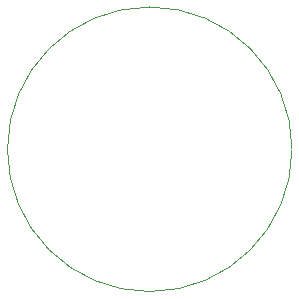
<source format=gbr>
G04 #@! TF.GenerationSoftware,KiCad,Pcbnew,6.0.0-rc1-unknown-181ce46~66~ubuntu18.04.1*
G04 #@! TF.CreationDate,2018-09-10T14:50:20+02:00*
G04 #@! TF.ProjectId,weather,776561746865722E6B696361645F7063,1.0*
G04 #@! TF.SameCoordinates,Original*
G04 #@! TF.FileFunction,Profile,NP*
%FSLAX46Y46*%
G04 Gerber Fmt 4.6, Leading zero omitted, Abs format (unit mm)*
G04 Created by KiCad (PCBNEW 6.0.0-rc1-unknown-181ce46~66~ubuntu18.04.1) date Mon Sep 10 14:50:20 2018*
%MOMM*%
%LPD*%
G01*
G04 APERTURE LIST*
%ADD10C,0.050000*%
G04 APERTURE END LIST*
D10*
X124201271Y-77075000D02*
G75*
G03X124201271Y-77075000I-12047832J0D01*
G01*
M02*

</source>
